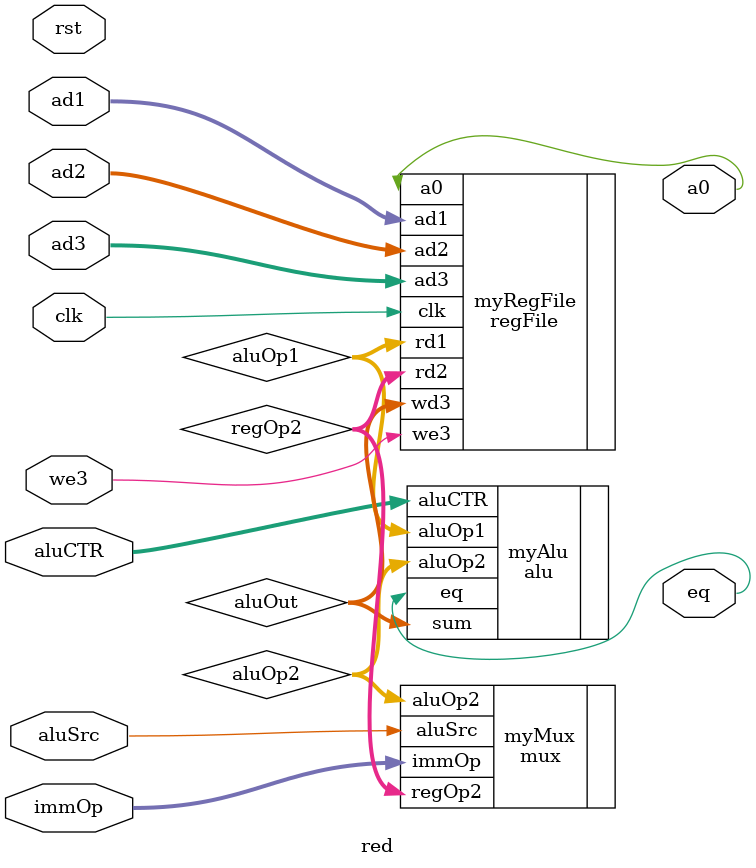
<source format=sv>
module red #(
    parameter ADDRESS_WIDTH = 5,
              DATA_WIDTH = 32
)(
    input wire clk,
    input wire rst,
    output wire a0,
    input wire [ADDRESS_WIDTH - 1:0] ad1,
    input wire [ADDRESS_WIDTH - 1:0] ad2,
    input wire [ADDRESS_WIDTH - 1:0] ad3,
    input wire we3,
    input wire aluSrc,
    input wire [3:0] aluCTR,
    output wire eq,
    input wire [DATA_WIDTH - 1:0] immOp
);

wire [DATA_WIDTH - 1:0] aluOut;
wire [DATA_WIDTH - 1:0] aluOp1;
wire [DATA_WIDTH - 1:0] regOp2;
wire [DATA_WIDTH - 1:0] aluOp2;


regFile myRegFile(
    .ad1(ad1),
    .ad2(ad2),
    .ad3(ad3),
    .we3(we3),
    .wd3(aluOut),
    .rd1(aluOp1),
    .rd2(regOp2),
    .a0(a0),
    .clk(clk)
);

mux myMux(
    .regOp2(regOp2),
    .aluSrc(aluSrc),
    .immOp(immOp),
    .aluOp2(aluOp2)
);

alu myAlu(
    .aluOp1(aluOp1),
    .aluOp2(aluOp2),
    .aluCTR(aluCTR),
    .sum(aluOut),
    .eq(eq)
);

endmodule

</source>
